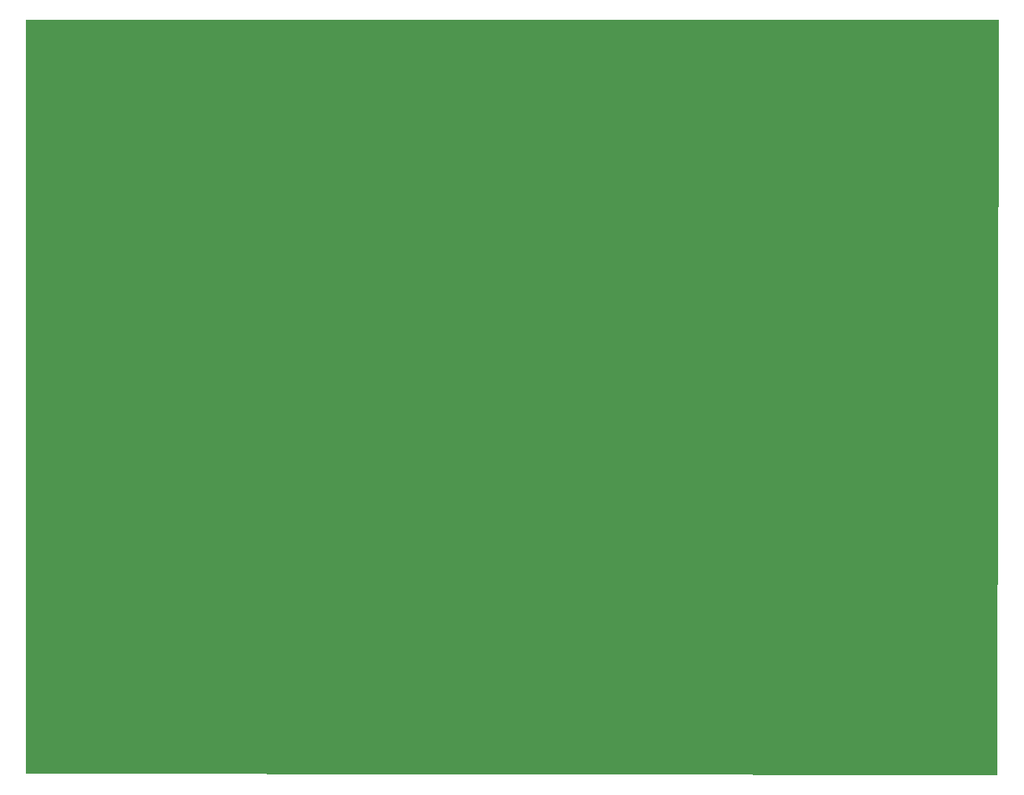
<source format=gbr>
G04 DipTrace 2.4.0.2*
%INBoard.gbr*%
%MOMM*%
%ADD10C,0.254*%
%FSLAX53Y53*%
G04*
G71*
G90*
G75*
G01*
%LNBoardPoly*%
%LPD*%
G36*
X10000Y93918D2*
D10*
X118126D1*
X117995Y10000D1*
X10000Y10151D1*
Y93918D1*
G37*
M02*

</source>
